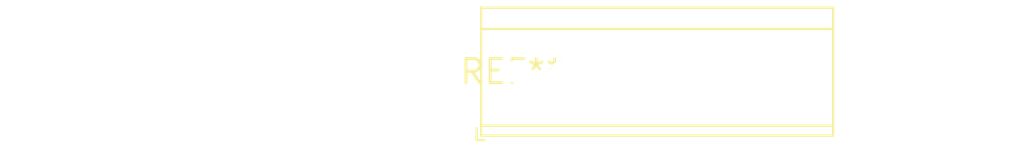
<source format=kicad_pcb>
(kicad_pcb (version 20240108) (generator pcbnew)
  (layers (0 "F.Cu" signal) (31 "B.Cu" signal) (34 "B.Paste" user) (35 "F.Paste" user) (36 "B.SilkS" user "B.Silkscreen") (37 "F.SilkS" user "F.Silkscreen") (38 "B.Mask" user) (39 "F.Mask" user) (44 "Edge.Cuts" user))
  (net 0 "")
  (footprint "TerminalBlock_TE_282834-7_1x07_P2.54mm_Horizontal" (layer "F.Cu") (at 0 0)
    (property "Reference" "REF**")
    (property "Value" "TerminalBlock_TE_282834-7_1x07_P2.54mm_Horizontal")
    (fp_line (start -1.86 2.97) (end -1.86 3.61) (layer "F.SilkS") (stroke (width 0.12)))
    (fp_line (start -1.86 3.61) (end -1.46 3.61) (layer "F.SilkS") (stroke (width 0.12)))
    (fp_line (start -1.62 -3.37) (end -1.62 3.37) (layer "F.SilkS") (stroke (width 0.12)))
    (fp_line (start -1.62 -3.37) (end 16.86 -3.37) (layer "F.SilkS") (stroke (width 0.12)))
    (fp_line (start -1.62 -2.25) (end 16.86 -2.25) (layer "F.SilkS") (stroke (width 0.12)))
    (fp_line (start -1.62 2.85) (end 16.86 2.85) (layer "F.SilkS") (stroke (width 0.12)))
    (fp_line (start -1.62 3.37) (end 16.86 3.37) (layer "F.SilkS") (stroke (width 0.12)))
    (fp_line (start 16.86 -3.37) (end 16.86 3.37) (layer "F.SilkS") (stroke (width 0.12)))
    (pad "1" thru_hole rect (at 0 0) (size 2.1 2.1) (drill 1.1) (layers *.Cu *.Mask) (remove_unused_layers))
    (pad "2" thru_hole circle (at 2.54 0) (size 2.1 2.1) (drill 1.1) (layers *.Cu *.Mask) (remove_unused_layers))
    (pad "3" thru_hole circle (at 5.08 0) (size 2.1 2.1) (drill 1.1) (layers *.Cu *.Mask) (remove_unused_layers))
    (pad "4" thru_hole circle (at 7.62 0) (size 2.1 2.1) (drill 1.1) (layers *.Cu *.Mask) (remove_unused_layers))
    (pad "5" thru_hole circle (at 10.16 0) (size 2.1 2.1) (drill 1.1) (layers *.Cu *.Mask) (remove_unused_layers))
    (pad "6" thru_hole circle (at 12.7 0) (size 2.1 2.1) (drill 1.1) (layers *.Cu *.Mask) (remove_unused_layers))
    (pad "7" thru_hole circle (at 15.24 0) (size 2.1 2.1) (drill 1.1) (layers *.Cu *.Mask) (remove_unused_layers))
  )
)
</source>
